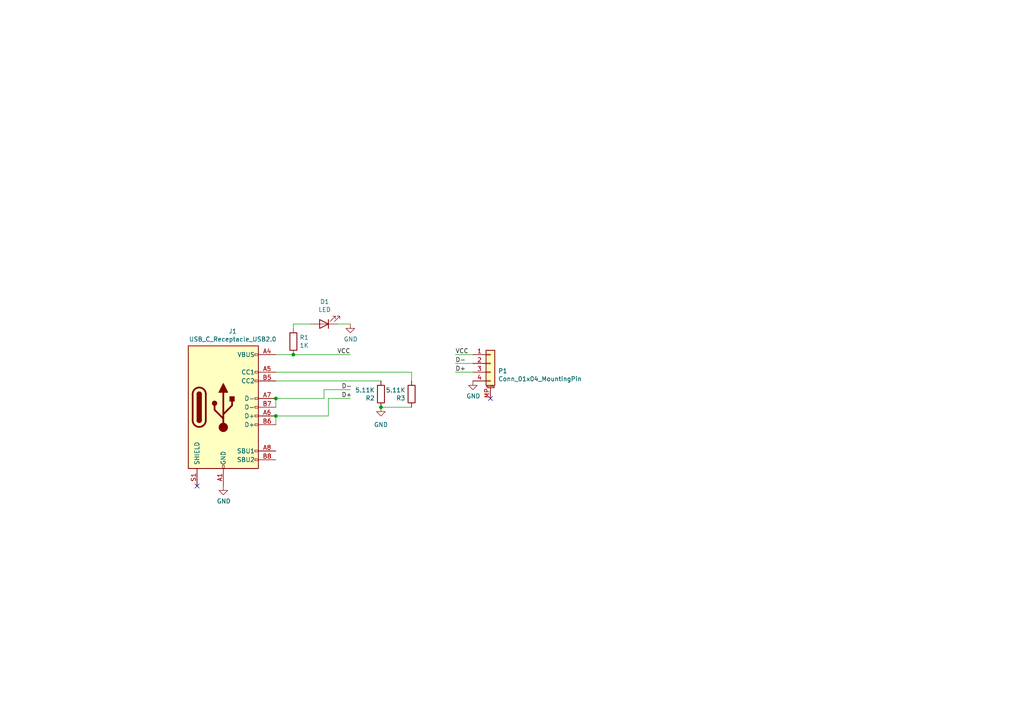
<source format=kicad_sch>
(kicad_sch (version 20211123) (generator eeschema)

  (uuid 78cbdd6c-4878-4cc5-9a58-0e506478e37d)

  (paper "A4")

  (lib_symbols
    (symbol "Connector:USB_C_Receptacle_USB2.0" (pin_names (offset 1.016)) (in_bom yes) (on_board yes)
      (property "Reference" "J" (id 0) (at -10.16 19.05 0)
        (effects (font (size 1.27 1.27)) (justify left))
      )
      (property "Value" "USB_C_Receptacle_USB2.0" (id 1) (at 19.05 19.05 0)
        (effects (font (size 1.27 1.27)) (justify right))
      )
      (property "Footprint" "" (id 2) (at 3.81 0 0)
        (effects (font (size 1.27 1.27)) hide)
      )
      (property "Datasheet" "https://www.usb.org/sites/default/files/documents/usb_type-c.zip" (id 3) (at 3.81 0 0)
        (effects (font (size 1.27 1.27)) hide)
      )
      (property "ki_keywords" "usb universal serial bus type-C USB2.0" (id 4) (at 0 0 0)
        (effects (font (size 1.27 1.27)) hide)
      )
      (property "ki_description" "USB 2.0-only Type-C Receptacle connector" (id 5) (at 0 0 0)
        (effects (font (size 1.27 1.27)) hide)
      )
      (property "ki_fp_filters" "USB*C*Receptacle*" (id 6) (at 0 0 0)
        (effects (font (size 1.27 1.27)) hide)
      )
      (symbol "USB_C_Receptacle_USB2.0_0_0"
        (rectangle (start -0.254 -17.78) (end 0.254 -16.764)
          (stroke (width 0) (type default) (color 0 0 0 0))
          (fill (type none))
        )
        (rectangle (start 10.16 -14.986) (end 9.144 -15.494)
          (stroke (width 0) (type default) (color 0 0 0 0))
          (fill (type none))
        )
        (rectangle (start 10.16 -12.446) (end 9.144 -12.954)
          (stroke (width 0) (type default) (color 0 0 0 0))
          (fill (type none))
        )
        (rectangle (start 10.16 -4.826) (end 9.144 -5.334)
          (stroke (width 0) (type default) (color 0 0 0 0))
          (fill (type none))
        )
        (rectangle (start 10.16 -2.286) (end 9.144 -2.794)
          (stroke (width 0) (type default) (color 0 0 0 0))
          (fill (type none))
        )
        (rectangle (start 10.16 0.254) (end 9.144 -0.254)
          (stroke (width 0) (type default) (color 0 0 0 0))
          (fill (type none))
        )
        (rectangle (start 10.16 2.794) (end 9.144 2.286)
          (stroke (width 0) (type default) (color 0 0 0 0))
          (fill (type none))
        )
        (rectangle (start 10.16 7.874) (end 9.144 7.366)
          (stroke (width 0) (type default) (color 0 0 0 0))
          (fill (type none))
        )
        (rectangle (start 10.16 10.414) (end 9.144 9.906)
          (stroke (width 0) (type default) (color 0 0 0 0))
          (fill (type none))
        )
        (rectangle (start 10.16 15.494) (end 9.144 14.986)
          (stroke (width 0) (type default) (color 0 0 0 0))
          (fill (type none))
        )
      )
      (symbol "USB_C_Receptacle_USB2.0_0_1"
        (rectangle (start -10.16 17.78) (end 10.16 -17.78)
          (stroke (width 0.254) (type default) (color 0 0 0 0))
          (fill (type background))
        )
        (arc (start -8.89 -3.81) (mid -6.985 -5.715) (end -5.08 -3.81)
          (stroke (width 0.508) (type default) (color 0 0 0 0))
          (fill (type none))
        )
        (arc (start -7.62 -3.81) (mid -6.985 -4.445) (end -6.35 -3.81)
          (stroke (width 0.254) (type default) (color 0 0 0 0))
          (fill (type none))
        )
        (arc (start -7.62 -3.81) (mid -6.985 -4.445) (end -6.35 -3.81)
          (stroke (width 0.254) (type default) (color 0 0 0 0))
          (fill (type outline))
        )
        (rectangle (start -7.62 -3.81) (end -6.35 3.81)
          (stroke (width 0.254) (type default) (color 0 0 0 0))
          (fill (type outline))
        )
        (arc (start -6.35 3.81) (mid -6.985 4.445) (end -7.62 3.81)
          (stroke (width 0.254) (type default) (color 0 0 0 0))
          (fill (type none))
        )
        (arc (start -6.35 3.81) (mid -6.985 4.445) (end -7.62 3.81)
          (stroke (width 0.254) (type default) (color 0 0 0 0))
          (fill (type outline))
        )
        (arc (start -5.08 3.81) (mid -6.985 5.715) (end -8.89 3.81)
          (stroke (width 0.508) (type default) (color 0 0 0 0))
          (fill (type none))
        )
        (circle (center -2.54 1.143) (radius 0.635)
          (stroke (width 0.254) (type default) (color 0 0 0 0))
          (fill (type outline))
        )
        (circle (center 0 -5.842) (radius 1.27)
          (stroke (width 0) (type default) (color 0 0 0 0))
          (fill (type outline))
        )
        (polyline
          (pts
            (xy -8.89 -3.81)
            (xy -8.89 3.81)
          )
          (stroke (width 0.508) (type default) (color 0 0 0 0))
          (fill (type none))
        )
        (polyline
          (pts
            (xy -5.08 3.81)
            (xy -5.08 -3.81)
          )
          (stroke (width 0.508) (type default) (color 0 0 0 0))
          (fill (type none))
        )
        (polyline
          (pts
            (xy 0 -5.842)
            (xy 0 4.318)
          )
          (stroke (width 0.508) (type default) (color 0 0 0 0))
          (fill (type none))
        )
        (polyline
          (pts
            (xy 0 -3.302)
            (xy -2.54 -0.762)
            (xy -2.54 0.508)
          )
          (stroke (width 0.508) (type default) (color 0 0 0 0))
          (fill (type none))
        )
        (polyline
          (pts
            (xy 0 -2.032)
            (xy 2.54 0.508)
            (xy 2.54 1.778)
          )
          (stroke (width 0.508) (type default) (color 0 0 0 0))
          (fill (type none))
        )
        (polyline
          (pts
            (xy -1.27 4.318)
            (xy 0 6.858)
            (xy 1.27 4.318)
            (xy -1.27 4.318)
          )
          (stroke (width 0.254) (type default) (color 0 0 0 0))
          (fill (type outline))
        )
        (rectangle (start 1.905 1.778) (end 3.175 3.048)
          (stroke (width 0.254) (type default) (color 0 0 0 0))
          (fill (type outline))
        )
      )
      (symbol "USB_C_Receptacle_USB2.0_1_1"
        (pin passive line (at 0 -22.86 90) (length 5.08)
          (name "GND" (effects (font (size 1.27 1.27))))
          (number "A1" (effects (font (size 1.27 1.27))))
        )
        (pin passive line (at 0 -22.86 90) (length 5.08) hide
          (name "GND" (effects (font (size 1.27 1.27))))
          (number "A12" (effects (font (size 1.27 1.27))))
        )
        (pin passive line (at 15.24 15.24 180) (length 5.08)
          (name "VBUS" (effects (font (size 1.27 1.27))))
          (number "A4" (effects (font (size 1.27 1.27))))
        )
        (pin bidirectional line (at 15.24 10.16 180) (length 5.08)
          (name "CC1" (effects (font (size 1.27 1.27))))
          (number "A5" (effects (font (size 1.27 1.27))))
        )
        (pin bidirectional line (at 15.24 -2.54 180) (length 5.08)
          (name "D+" (effects (font (size 1.27 1.27))))
          (number "A6" (effects (font (size 1.27 1.27))))
        )
        (pin bidirectional line (at 15.24 2.54 180) (length 5.08)
          (name "D-" (effects (font (size 1.27 1.27))))
          (number "A7" (effects (font (size 1.27 1.27))))
        )
        (pin bidirectional line (at 15.24 -12.7 180) (length 5.08)
          (name "SBU1" (effects (font (size 1.27 1.27))))
          (number "A8" (effects (font (size 1.27 1.27))))
        )
        (pin passive line (at 15.24 15.24 180) (length 5.08) hide
          (name "VBUS" (effects (font (size 1.27 1.27))))
          (number "A9" (effects (font (size 1.27 1.27))))
        )
        (pin passive line (at 0 -22.86 90) (length 5.08) hide
          (name "GND" (effects (font (size 1.27 1.27))))
          (number "B1" (effects (font (size 1.27 1.27))))
        )
        (pin passive line (at 0 -22.86 90) (length 5.08) hide
          (name "GND" (effects (font (size 1.27 1.27))))
          (number "B12" (effects (font (size 1.27 1.27))))
        )
        (pin passive line (at 15.24 15.24 180) (length 5.08) hide
          (name "VBUS" (effects (font (size 1.27 1.27))))
          (number "B4" (effects (font (size 1.27 1.27))))
        )
        (pin bidirectional line (at 15.24 7.62 180) (length 5.08)
          (name "CC2" (effects (font (size 1.27 1.27))))
          (number "B5" (effects (font (size 1.27 1.27))))
        )
        (pin bidirectional line (at 15.24 -5.08 180) (length 5.08)
          (name "D+" (effects (font (size 1.27 1.27))))
          (number "B6" (effects (font (size 1.27 1.27))))
        )
        (pin bidirectional line (at 15.24 0 180) (length 5.08)
          (name "D-" (effects (font (size 1.27 1.27))))
          (number "B7" (effects (font (size 1.27 1.27))))
        )
        (pin bidirectional line (at 15.24 -15.24 180) (length 5.08)
          (name "SBU2" (effects (font (size 1.27 1.27))))
          (number "B8" (effects (font (size 1.27 1.27))))
        )
        (pin passive line (at 15.24 15.24 180) (length 5.08) hide
          (name "VBUS" (effects (font (size 1.27 1.27))))
          (number "B9" (effects (font (size 1.27 1.27))))
        )
        (pin passive line (at -7.62 -22.86 90) (length 5.08)
          (name "SHIELD" (effects (font (size 1.27 1.27))))
          (number "S1" (effects (font (size 1.27 1.27))))
        )
      )
    )
    (symbol "Connector_Generic_MountingPin:Conn_01x04_MountingPin" (pin_names (offset 1.016) hide) (in_bom yes) (on_board yes)
      (property "Reference" "J" (id 0) (at 0 5.08 0)
        (effects (font (size 1.27 1.27)))
      )
      (property "Value" "Conn_01x04_MountingPin" (id 1) (at 1.27 -7.62 0)
        (effects (font (size 1.27 1.27)) (justify left))
      )
      (property "Footprint" "" (id 2) (at 0 0 0)
        (effects (font (size 1.27 1.27)) hide)
      )
      (property "Datasheet" "~" (id 3) (at 0 0 0)
        (effects (font (size 1.27 1.27)) hide)
      )
      (property "ki_keywords" "connector" (id 4) (at 0 0 0)
        (effects (font (size 1.27 1.27)) hide)
      )
      (property "ki_description" "Generic connectable mounting pin connector, single row, 01x04, script generated (kicad-library-utils/schlib/autogen/connector/)" (id 5) (at 0 0 0)
        (effects (font (size 1.27 1.27)) hide)
      )
      (property "ki_fp_filters" "Connector*:*_1x??-1MP*" (id 6) (at 0 0 0)
        (effects (font (size 1.27 1.27)) hide)
      )
      (symbol "Conn_01x04_MountingPin_1_1"
        (rectangle (start -1.27 -4.953) (end 0 -5.207)
          (stroke (width 0.1524) (type default) (color 0 0 0 0))
          (fill (type none))
        )
        (rectangle (start -1.27 -2.413) (end 0 -2.667)
          (stroke (width 0.1524) (type default) (color 0 0 0 0))
          (fill (type none))
        )
        (rectangle (start -1.27 0.127) (end 0 -0.127)
          (stroke (width 0.1524) (type default) (color 0 0 0 0))
          (fill (type none))
        )
        (rectangle (start -1.27 2.667) (end 0 2.413)
          (stroke (width 0.1524) (type default) (color 0 0 0 0))
          (fill (type none))
        )
        (rectangle (start -1.27 3.81) (end 1.27 -6.35)
          (stroke (width 0.254) (type default) (color 0 0 0 0))
          (fill (type background))
        )
        (polyline
          (pts
            (xy -1.016 -7.112)
            (xy 1.016 -7.112)
          )
          (stroke (width 0.1524) (type default) (color 0 0 0 0))
          (fill (type none))
        )
        (text "Mounting" (at 0 -6.731 0)
          (effects (font (size 0.381 0.381)))
        )
        (pin passive line (at -5.08 2.54 0) (length 3.81)
          (name "Pin_1" (effects (font (size 1.27 1.27))))
          (number "1" (effects (font (size 1.27 1.27))))
        )
        (pin passive line (at -5.08 0 0) (length 3.81)
          (name "Pin_2" (effects (font (size 1.27 1.27))))
          (number "2" (effects (font (size 1.27 1.27))))
        )
        (pin passive line (at -5.08 -2.54 0) (length 3.81)
          (name "Pin_3" (effects (font (size 1.27 1.27))))
          (number "3" (effects (font (size 1.27 1.27))))
        )
        (pin passive line (at -5.08 -5.08 0) (length 3.81)
          (name "Pin_4" (effects (font (size 1.27 1.27))))
          (number "4" (effects (font (size 1.27 1.27))))
        )
        (pin passive line (at 0 -10.16 90) (length 3.048)
          (name "MountPin" (effects (font (size 1.27 1.27))))
          (number "MP" (effects (font (size 1.27 1.27))))
        )
      )
    )
    (symbol "Device:LED" (pin_numbers hide) (pin_names (offset 1.016) hide) (in_bom yes) (on_board yes)
      (property "Reference" "D" (id 0) (at 0 2.54 0)
        (effects (font (size 1.27 1.27)))
      )
      (property "Value" "LED" (id 1) (at 0 -2.54 0)
        (effects (font (size 1.27 1.27)))
      )
      (property "Footprint" "" (id 2) (at 0 0 0)
        (effects (font (size 1.27 1.27)) hide)
      )
      (property "Datasheet" "~" (id 3) (at 0 0 0)
        (effects (font (size 1.27 1.27)) hide)
      )
      (property "ki_keywords" "LED diode" (id 4) (at 0 0 0)
        (effects (font (size 1.27 1.27)) hide)
      )
      (property "ki_description" "Light emitting diode" (id 5) (at 0 0 0)
        (effects (font (size 1.27 1.27)) hide)
      )
      (property "ki_fp_filters" "LED* LED_SMD:* LED_THT:*" (id 6) (at 0 0 0)
        (effects (font (size 1.27 1.27)) hide)
      )
      (symbol "LED_0_1"
        (polyline
          (pts
            (xy -1.27 -1.27)
            (xy -1.27 1.27)
          )
          (stroke (width 0.254) (type default) (color 0 0 0 0))
          (fill (type none))
        )
        (polyline
          (pts
            (xy -1.27 0)
            (xy 1.27 0)
          )
          (stroke (width 0) (type default) (color 0 0 0 0))
          (fill (type none))
        )
        (polyline
          (pts
            (xy 1.27 -1.27)
            (xy 1.27 1.27)
            (xy -1.27 0)
            (xy 1.27 -1.27)
          )
          (stroke (width 0.254) (type default) (color 0 0 0 0))
          (fill (type none))
        )
        (polyline
          (pts
            (xy -3.048 -0.762)
            (xy -4.572 -2.286)
            (xy -3.81 -2.286)
            (xy -4.572 -2.286)
            (xy -4.572 -1.524)
          )
          (stroke (width 0) (type default) (color 0 0 0 0))
          (fill (type none))
        )
        (polyline
          (pts
            (xy -1.778 -0.762)
            (xy -3.302 -2.286)
            (xy -2.54 -2.286)
            (xy -3.302 -2.286)
            (xy -3.302 -1.524)
          )
          (stroke (width 0) (type default) (color 0 0 0 0))
          (fill (type none))
        )
      )
      (symbol "LED_1_1"
        (pin passive line (at -3.81 0 0) (length 2.54)
          (name "K" (effects (font (size 1.27 1.27))))
          (number "1" (effects (font (size 1.27 1.27))))
        )
        (pin passive line (at 3.81 0 180) (length 2.54)
          (name "A" (effects (font (size 1.27 1.27))))
          (number "2" (effects (font (size 1.27 1.27))))
        )
      )
    )
    (symbol "Device:R" (pin_numbers hide) (pin_names (offset 0)) (in_bom yes) (on_board yes)
      (property "Reference" "R" (id 0) (at 2.032 0 90)
        (effects (font (size 1.27 1.27)))
      )
      (property "Value" "R" (id 1) (at 0 0 90)
        (effects (font (size 1.27 1.27)))
      )
      (property "Footprint" "" (id 2) (at -1.778 0 90)
        (effects (font (size 1.27 1.27)) hide)
      )
      (property "Datasheet" "~" (id 3) (at 0 0 0)
        (effects (font (size 1.27 1.27)) hide)
      )
      (property "ki_keywords" "R res resistor" (id 4) (at 0 0 0)
        (effects (font (size 1.27 1.27)) hide)
      )
      (property "ki_description" "Resistor" (id 5) (at 0 0 0)
        (effects (font (size 1.27 1.27)) hide)
      )
      (property "ki_fp_filters" "R_*" (id 6) (at 0 0 0)
        (effects (font (size 1.27 1.27)) hide)
      )
      (symbol "R_0_1"
        (rectangle (start -1.016 -2.54) (end 1.016 2.54)
          (stroke (width 0.254) (type default) (color 0 0 0 0))
          (fill (type none))
        )
      )
      (symbol "R_1_1"
        (pin passive line (at 0 3.81 270) (length 1.27)
          (name "~" (effects (font (size 1.27 1.27))))
          (number "1" (effects (font (size 1.27 1.27))))
        )
        (pin passive line (at 0 -3.81 90) (length 1.27)
          (name "~" (effects (font (size 1.27 1.27))))
          (number "2" (effects (font (size 1.27 1.27))))
        )
      )
    )
    (symbol "power:GND" (power) (pin_names (offset 0)) (in_bom yes) (on_board yes)
      (property "Reference" "#PWR" (id 0) (at 0 -6.35 0)
        (effects (font (size 1.27 1.27)) hide)
      )
      (property "Value" "GND" (id 1) (at 0 -3.81 0)
        (effects (font (size 1.27 1.27)))
      )
      (property "Footprint" "" (id 2) (at 0 0 0)
        (effects (font (size 1.27 1.27)) hide)
      )
      (property "Datasheet" "" (id 3) (at 0 0 0)
        (effects (font (size 1.27 1.27)) hide)
      )
      (property "ki_keywords" "power-flag" (id 4) (at 0 0 0)
        (effects (font (size 1.27 1.27)) hide)
      )
      (property "ki_description" "Power symbol creates a global label with name \"GND\" , ground" (id 5) (at 0 0 0)
        (effects (font (size 1.27 1.27)) hide)
      )
      (symbol "GND_0_1"
        (polyline
          (pts
            (xy 0 0)
            (xy 0 -1.27)
            (xy 1.27 -1.27)
            (xy 0 -2.54)
            (xy -1.27 -1.27)
            (xy 0 -1.27)
          )
          (stroke (width 0) (type default) (color 0 0 0 0))
          (fill (type none))
        )
      )
      (symbol "GND_1_1"
        (pin power_in line (at 0 0 270) (length 0) hide
          (name "GND" (effects (font (size 1.27 1.27))))
          (number "1" (effects (font (size 1.27 1.27))))
        )
      )
    )
  )

  (junction (at 110.49 118.11) (diameter 0) (color 0 0 0 0)
    (uuid 2cc137a8-7596-4e4b-86d6-1eedf54ab99f)
  )
  (junction (at 85.09 102.87) (diameter 0) (color 0 0 0 0)
    (uuid 4fb02e58-160a-4a39-9f22-d0c75e82ee72)
  )
  (junction (at 80.01 115.57) (diameter 0) (color 0 0 0 0)
    (uuid 704d6d51-bb34-4cbf-83d8-841e208048d8)
  )
  (junction (at 80.01 120.65) (diameter 0) (color 0 0 0 0)
    (uuid 9340c285-5767-42d5-8b6d-63fe2a40ddf3)
  )

  (no_connect (at 57.15 140.97) (uuid 1831fb37-1c5d-42c4-b898-151be6fca9dc))
  (no_connect (at 142.24 115.57) (uuid 54365317-1355-4216-bb75-829375abc4ec))

  (wire (pts (xy 80.01 120.65) (xy 95.25 120.65))
    (stroke (width 0) (type default) (color 0 0 0 0))
    (uuid 0eaa98f0-9565-4637-ace3-42a5231b07f7)
  )
  (wire (pts (xy 95.25 120.65) (xy 95.25 115.57))
    (stroke (width 0) (type default) (color 0 0 0 0))
    (uuid 181abe7a-f941-42b6-bd46-aaa3131f90fb)
  )
  (wire (pts (xy 80.01 115.57) (xy 93.98 115.57))
    (stroke (width 0) (type default) (color 0 0 0 0))
    (uuid 44d8279a-9cd1-4db6-856f-0363131605fc)
  )
  (wire (pts (xy 132.08 105.41) (xy 137.16 105.41))
    (stroke (width 0) (type default) (color 0 0 0 0))
    (uuid 4c8eb964-bdf4-44de-90e9-e2ab82dd5313)
  )
  (wire (pts (xy 93.98 113.03) (xy 101.6 113.03))
    (stroke (width 0) (type default) (color 0 0 0 0))
    (uuid 66116376-6967-4178-9f23-a26cdeafc400)
  )
  (wire (pts (xy 85.09 95.25) (xy 85.09 93.98))
    (stroke (width 0) (type default) (color 0 0 0 0))
    (uuid 6a45789b-3855-401f-8139-3c734f7f52f9)
  )
  (wire (pts (xy 97.79 93.98) (xy 101.6 93.98))
    (stroke (width 0) (type default) (color 0 0 0 0))
    (uuid 6c9b793c-e74d-4754-a2c0-901e73b26f1c)
  )
  (wire (pts (xy 80.01 115.57) (xy 80.01 118.11))
    (stroke (width 0) (type default) (color 0 0 0 0))
    (uuid 8174b4de-74b1-48db-ab8e-c8432251095b)
  )
  (wire (pts (xy 132.08 102.87) (xy 137.16 102.87))
    (stroke (width 0) (type default) (color 0 0 0 0))
    (uuid 94a873dc-af67-4ef9-8159-1f7c93eeb3d7)
  )
  (wire (pts (xy 80.01 110.49) (xy 110.49 110.49))
    (stroke (width 0) (type default) (color 0 0 0 0))
    (uuid 98dc3286-f72a-49fb-a1fa-741af929788d)
  )
  (wire (pts (xy 110.49 118.11) (xy 119.38 118.11))
    (stroke (width 0) (type default) (color 0 0 0 0))
    (uuid a8831fa5-730b-4ed0-b443-aeedc847c8ab)
  )
  (wire (pts (xy 132.08 107.95) (xy 137.16 107.95))
    (stroke (width 0) (type default) (color 0 0 0 0))
    (uuid aa14c3bd-4acc-4908-9d28-228585a22a9d)
  )
  (wire (pts (xy 85.09 93.98) (xy 90.17 93.98))
    (stroke (width 0) (type default) (color 0 0 0 0))
    (uuid b1086f75-01ba-4188-8d36-75a9e2828ca9)
  )
  (wire (pts (xy 119.38 107.95) (xy 119.38 110.49))
    (stroke (width 0) (type default) (color 0 0 0 0))
    (uuid b18ca310-486b-4484-b0d7-17e73d78fda4)
  )
  (wire (pts (xy 80.01 123.19) (xy 80.01 120.65))
    (stroke (width 0) (type default) (color 0 0 0 0))
    (uuid c41b3c8b-634e-435a-b582-96b83bbd4032)
  )
  (wire (pts (xy 80.01 107.95) (xy 119.38 107.95))
    (stroke (width 0) (type default) (color 0 0 0 0))
    (uuid c6d7a725-4557-4847-98b1-8bfc2f7ec86e)
  )
  (wire (pts (xy 95.25 115.57) (xy 101.6 115.57))
    (stroke (width 0) (type default) (color 0 0 0 0))
    (uuid ce83728b-bebd-48c2-8734-b6a50d837931)
  )
  (wire (pts (xy 80.01 102.87) (xy 85.09 102.87))
    (stroke (width 0) (type default) (color 0 0 0 0))
    (uuid e615f7aa-337e-474d-9615-2ad82b1c44ca)
  )
  (wire (pts (xy 93.98 115.57) (xy 93.98 113.03))
    (stroke (width 0) (type default) (color 0 0 0 0))
    (uuid eb667eea-300e-4ca7-8a6f-4b00de80cd45)
  )
  (wire (pts (xy 85.09 102.87) (xy 101.6 102.87))
    (stroke (width 0) (type default) (color 0 0 0 0))
    (uuid ef8fe2ac-6a7f-4682-9418-b801a1b10a3b)
  )

  (label "D-" (at 132.08 105.41 0)
    (effects (font (size 1.27 1.27)) (justify left bottom))
    (uuid 03c52831-5dc5-43c5-a442-8d23643b46fb)
  )
  (label "VCC" (at 97.79 102.87 0)
    (effects (font (size 1.27 1.27)) (justify left bottom))
    (uuid 0b21a65d-d20b-411e-920a-75c343ac5136)
  )
  (label "VCC" (at 132.08 102.87 0)
    (effects (font (size 1.27 1.27)) (justify left bottom))
    (uuid 29e78086-2175-405e-9ba3-c48766d2f50c)
  )
  (label "D-" (at 99.06 113.03 0)
    (effects (font (size 1.27 1.27)) (justify left bottom))
    (uuid 3cd1bda0-18db-417d-b581-a0c50623df68)
  )
  (label "D+" (at 132.08 107.95 0)
    (effects (font (size 1.27 1.27)) (justify left bottom))
    (uuid a1823eb2-fb0d-4ed8-8b96-04184ac3a9d5)
  )
  (label "D+" (at 99.06 115.57 0)
    (effects (font (size 1.27 1.27)) (justify left bottom))
    (uuid d57dcfee-5058-4fc2-a68b-05f9a48f685b)
  )

  (symbol (lib_id "Connector_Generic_MountingPin:Conn_01x04_MountingPin") (at 142.24 105.41 0) (unit 1)
    (in_bom yes) (on_board yes)
    (uuid 00000000-0000-0000-0000-00005e36b3d8)
    (property "Reference" "P1" (id 0) (at 144.4752 107.5944 0)
      (effects (font (size 1.27 1.27)) (justify left))
    )
    (property "Value" "Conn_01x04_MountingPin" (id 1) (at 144.4752 109.9058 0)
      (effects (font (size 1.27 1.27)) (justify left))
    )
    (property "Footprint" "" (id 2) (at 142.24 105.41 0)
      (effects (font (size 1.27 1.27)) hide)
    )
    (property "Datasheet" "~" (id 3) (at 142.24 105.41 0)
      (effects (font (size 1.27 1.27)) hide)
    )
    (pin "1" (uuid fa620072-2454-4788-97cf-71c8630c6347))
    (pin "2" (uuid ec89ffff-2d78-45d2-8bc3-9a403f2f930f))
    (pin "3" (uuid 02c57ab7-e948-4de1-bb27-15815119b2ce))
    (pin "4" (uuid efe2de85-376a-41dd-b4f6-21b7b3edebea))
    (pin "MP" (uuid 606c41ca-4cb7-485b-bccf-758651d9256f))
  )

  (symbol (lib_id "Device:R") (at 85.09 99.06 0) (unit 1)
    (in_bom yes) (on_board yes)
    (uuid 00000000-0000-0000-0000-00005e36c318)
    (property "Reference" "R1" (id 0) (at 86.868 97.8916 0)
      (effects (font (size 1.27 1.27)) (justify left))
    )
    (property "Value" "1K" (id 1) (at 86.868 100.203 0)
      (effects (font (size 1.27 1.27)) (justify left))
    )
    (property "Footprint" "" (id 2) (at 83.312 99.06 90)
      (effects (font (size 1.27 1.27)) hide)
    )
    (property "Datasheet" "~" (id 3) (at 85.09 99.06 0)
      (effects (font (size 1.27 1.27)) hide)
    )
    (pin "1" (uuid 2bcd7c5c-b4cc-40b2-95d5-c7c3c7e9464b))
    (pin "2" (uuid 980a11d8-19d4-4758-8a8c-2941d0c040bc))
  )

  (symbol (lib_id "Device:LED") (at 93.98 93.98 180) (unit 1)
    (in_bom yes) (on_board yes)
    (uuid 00000000-0000-0000-0000-00005e36c7fc)
    (property "Reference" "D1" (id 0) (at 94.1578 87.503 0))
    (property "Value" "LED" (id 1) (at 94.1578 89.8144 0))
    (property "Footprint" "" (id 2) (at 93.98 93.98 0)
      (effects (font (size 1.27 1.27)) hide)
    )
    (property "Datasheet" "~" (id 3) (at 93.98 93.98 0)
      (effects (font (size 1.27 1.27)) hide)
    )
    (pin "1" (uuid 9fb9a224-453d-48ec-ad6c-e1a23c730f56))
    (pin "2" (uuid 37adc2eb-0d5f-41c3-83cb-f5396596d32b))
  )

  (symbol (lib_id "power:GND") (at 137.16 110.49 0) (unit 1)
    (in_bom yes) (on_board yes)
    (uuid 00000000-0000-0000-0000-00005e36f75c)
    (property "Reference" "#PWR03" (id 0) (at 137.16 116.84 0)
      (effects (font (size 1.27 1.27)) hide)
    )
    (property "Value" "GND" (id 1) (at 137.287 114.8842 0))
    (property "Footprint" "" (id 2) (at 137.16 110.49 0)
      (effects (font (size 1.27 1.27)) hide)
    )
    (property "Datasheet" "" (id 3) (at 137.16 110.49 0)
      (effects (font (size 1.27 1.27)) hide)
    )
    (pin "1" (uuid 93e67e65-f4b3-425f-80b2-bf2d393b29cb))
  )

  (symbol (lib_id "power:GND") (at 64.77 140.97 0) (unit 1)
    (in_bom yes) (on_board yes)
    (uuid 00000000-0000-0000-0000-00005e36fe40)
    (property "Reference" "#PWR01" (id 0) (at 64.77 147.32 0)
      (effects (font (size 1.27 1.27)) hide)
    )
    (property "Value" "GND" (id 1) (at 64.897 145.3642 0))
    (property "Footprint" "" (id 2) (at 64.77 140.97 0)
      (effects (font (size 1.27 1.27)) hide)
    )
    (property "Datasheet" "" (id 3) (at 64.77 140.97 0)
      (effects (font (size 1.27 1.27)) hide)
    )
    (pin "1" (uuid e3b2a559-fbde-41b3-9e19-acd353dcc6f2))
  )

  (symbol (lib_id "power:GND") (at 101.6 93.98 0) (unit 1)
    (in_bom yes) (on_board yes)
    (uuid 00000000-0000-0000-0000-00005e370501)
    (property "Reference" "#PWR02" (id 0) (at 101.6 100.33 0)
      (effects (font (size 1.27 1.27)) hide)
    )
    (property "Value" "GND" (id 1) (at 101.727 98.3742 0))
    (property "Footprint" "" (id 2) (at 101.6 93.98 0)
      (effects (font (size 1.27 1.27)) hide)
    )
    (property "Datasheet" "" (id 3) (at 101.6 93.98 0)
      (effects (font (size 1.27 1.27)) hide)
    )
    (pin "1" (uuid 979e7dc1-d53c-45eb-90c5-e82606942ae8))
  )

  (symbol (lib_id "Connector:USB_C_Receptacle_USB2.0") (at 64.77 118.11 0) (unit 1)
    (in_bom yes) (on_board yes)
    (uuid 00000000-0000-0000-0000-00005e37e02c)
    (property "Reference" "J1" (id 0) (at 67.4878 96.0882 0))
    (property "Value" "USB_C_Receptacle_USB2.0" (id 1) (at 67.4878 98.3996 0))
    (property "Footprint" "" (id 2) (at 68.58 118.11 0)
      (effects (font (size 1.27 1.27)) hide)
    )
    (property "Datasheet" "https://www.usb.org/sites/default/files/documents/usb_type-c.zip" (id 3) (at 68.58 118.11 0)
      (effects (font (size 1.27 1.27)) hide)
    )
    (pin "A1" (uuid 4d85f808-f136-4c50-92c9-7be177d979ad))
    (pin "A12" (uuid f2d583fd-6080-4e35-bd28-107d8c67232e))
    (pin "A4" (uuid f4ab717f-5466-4169-8eb3-14864213de4e))
    (pin "A5" (uuid 3ffc2901-4c2a-4401-be40-291517d4560d))
    (pin "A6" (uuid f12a5b1c-dadb-4ce4-8bb6-3535361844be))
    (pin "A7" (uuid 258d322d-698a-466d-b2f9-579337f71e90))
    (pin "A8" (uuid 0addb7b3-5e58-43f6-a279-02858c619256))
    (pin "A9" (uuid d6d7dbb4-b3c8-4d92-9f73-d8db22d9be6a))
    (pin "B1" (uuid 3b593fa0-934a-4d2c-9d0e-ad1e6e0bc061))
    (pin "B12" (uuid 67b494e3-647a-4460-babe-5d7f1a2c0c94))
    (pin "B4" (uuid 7549201d-c0de-43b7-a894-946c0e7015b0))
    (pin "B5" (uuid 65321985-657f-4e17-a0a5-f2f7935eae83))
    (pin "B6" (uuid fa56b2f9-b03e-42d1-b2ee-33151077bda3))
    (pin "B7" (uuid 29658f28-12fb-44ac-ae1e-6d7103748536))
    (pin "B8" (uuid 065efa7e-48c0-4ed1-9ac7-59afef1faf04))
    (pin "B9" (uuid eb5301ea-7904-42db-9d9e-3fe5e9fbfe6b))
    (pin "S1" (uuid 9fe27806-297d-4490-8f4f-300eb98fd52a))
  )

  (symbol (lib_id "Device:R") (at 110.49 114.3 180) (unit 1)
    (in_bom yes) (on_board yes)
    (uuid 925bd03d-f7f8-45e6-a56b-db560decdc64)
    (property "Reference" "R2" (id 0) (at 108.712 115.4684 0)
      (effects (font (size 1.27 1.27)) (justify left))
    )
    (property "Value" "5.11K" (id 1) (at 108.712 113.157 0)
      (effects (font (size 1.27 1.27)) (justify left))
    )
    (property "Footprint" "" (id 2) (at 112.268 114.3 90)
      (effects (font (size 1.27 1.27)) hide)
    )
    (property "Datasheet" "~" (id 3) (at 110.49 114.3 0)
      (effects (font (size 1.27 1.27)) hide)
    )
    (pin "1" (uuid 1f9d1ad8-1077-4130-848d-4a275a2b5e26))
    (pin "2" (uuid dcbcd3c0-f4b4-44d6-8d41-e38c08e94f62))
  )

  (symbol (lib_id "Device:R") (at 119.38 114.3 180) (unit 1)
    (in_bom yes) (on_board yes)
    (uuid aedd3b50-30bf-42bc-a8e9-3298072ae91b)
    (property "Reference" "R3" (id 0) (at 117.602 115.4684 0)
      (effects (font (size 1.27 1.27)) (justify left))
    )
    (property "Value" "5.11K" (id 1) (at 117.602 113.157 0)
      (effects (font (size 1.27 1.27)) (justify left))
    )
    (property "Footprint" "" (id 2) (at 121.158 114.3 90)
      (effects (font (size 1.27 1.27)) hide)
    )
    (property "Datasheet" "~" (id 3) (at 119.38 114.3 0)
      (effects (font (size 1.27 1.27)) hide)
    )
    (pin "1" (uuid 7ce6ddcd-78a1-4e7e-a811-617144c9eed0))
    (pin "2" (uuid 35aebe7c-3c64-48e9-b838-780c9c08bbd6))
  )

  (symbol (lib_id "power:GND") (at 110.49 118.11 0) (unit 1)
    (in_bom yes) (on_board yes) (fields_autoplaced)
    (uuid b253d8b1-5f7e-4e99-ae23-e23be3cd1c0f)
    (property "Reference" "#PWR?" (id 0) (at 110.49 124.46 0)
      (effects (font (size 1.27 1.27)) hide)
    )
    (property "Value" "GND" (id 1) (at 110.49 123.19 0))
    (property "Footprint" "" (id 2) (at 110.49 118.11 0)
      (effects (font (size 1.27 1.27)) hide)
    )
    (property "Datasheet" "" (id 3) (at 110.49 118.11 0)
      (effects (font (size 1.27 1.27)) hide)
    )
    (pin "1" (uuid 25bf0b1c-679c-4ecb-86e1-4e5b0ecfa211))
  )

  (sheet_instances
    (path "/" (page "1"))
  )

  (symbol_instances
    (path "/00000000-0000-0000-0000-00005e36fe40"
      (reference "#PWR01") (unit 1) (value "GND") (footprint "")
    )
    (path "/00000000-0000-0000-0000-00005e370501"
      (reference "#PWR02") (unit 1) (value "GND") (footprint "")
    )
    (path "/00000000-0000-0000-0000-00005e36f75c"
      (reference "#PWR03") (unit 1) (value "GND") (footprint "")
    )
    (path "/b253d8b1-5f7e-4e99-ae23-e23be3cd1c0f"
      (reference "#PWR?") (unit 1) (value "GND") (footprint "")
    )
    (path "/00000000-0000-0000-0000-00005e36c7fc"
      (reference "D1") (unit 1) (value "LED") (footprint "")
    )
    (path "/00000000-0000-0000-0000-00005e37e02c"
      (reference "J1") (unit 1) (value "USB_C_Receptacle_USB2.0") (footprint "")
    )
    (path "/00000000-0000-0000-0000-00005e36b3d8"
      (reference "P1") (unit 1) (value "Conn_01x04_MountingPin") (footprint "")
    )
    (path "/00000000-0000-0000-0000-00005e36c318"
      (reference "R1") (unit 1) (value "1K") (footprint "")
    )
    (path "/925bd03d-f7f8-45e6-a56b-db560decdc64"
      (reference "R2") (unit 1) (value "5.11K") (footprint "")
    )
    (path "/aedd3b50-30bf-42bc-a8e9-3298072ae91b"
      (reference "R3") (unit 1) (value "5.11K") (footprint "")
    )
  )
)

</source>
